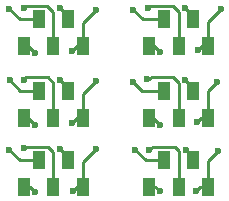
<source format=gbr>
G04 #@! TF.FileFunction,Copper,L2,Bot,Signal*
%FSLAX46Y46*%
G04 Gerber Fmt 4.6, Leading zero omitted, Abs format (unit mm)*
G04 Created by KiCad (PCBNEW 4.0.7-e2-6376~58~ubuntu16.04.1) date Tue Jul 31 21:03:08 2018*
%MOMM*%
%LPD*%
G01*
G04 APERTURE LIST*
%ADD10C,0.100000*%
%ADD11R,1.000000X1.500000*%
%ADD12C,0.600000*%
%ADD13C,0.250000*%
G04 APERTURE END LIST*
D10*
D11*
X149800000Y-103050000D03*
X147300000Y-103050000D03*
X151060000Y-105350000D03*
X148560000Y-105350000D03*
X146060000Y-105350000D03*
X149790000Y-97160000D03*
X147290000Y-97160000D03*
X151060000Y-99490000D03*
X148560000Y-99490000D03*
X146060000Y-99490000D03*
X149790000Y-91110000D03*
X147290000Y-91110000D03*
X151060000Y-93400000D03*
X148560000Y-93400000D03*
X146060000Y-93400000D03*
X139240000Y-103050000D03*
X136740000Y-103050000D03*
X140470000Y-105340000D03*
X137970000Y-105340000D03*
X135470000Y-105340000D03*
X139240000Y-97170000D03*
X136740000Y-97170000D03*
X140470000Y-99480000D03*
X137970000Y-99480000D03*
X135470000Y-99480000D03*
X139240000Y-91110000D03*
X136740000Y-91110000D03*
X140470000Y-93400000D03*
X137970000Y-93400000D03*
X135470000Y-93400000D03*
D12*
X151900000Y-102280000D03*
X150060000Y-105670000D03*
X146960000Y-105700000D03*
X149200000Y-102150000D03*
X144900000Y-102180000D03*
X146100000Y-102220000D03*
X150130000Y-99790000D03*
X151810000Y-96450000D03*
X146960000Y-100060000D03*
X150250000Y-93740000D03*
X152130000Y-90260000D03*
X146960000Y-93850000D03*
X139650000Y-105650000D03*
X141590000Y-102100000D03*
X136390000Y-105770000D03*
X139570000Y-99910000D03*
X141560000Y-96330000D03*
X136390000Y-100080000D03*
X139550000Y-93840000D03*
X141570000Y-90320000D03*
X136370000Y-93940000D03*
X149150000Y-96270000D03*
X144720000Y-96400000D03*
X145870000Y-96180000D03*
X149090000Y-90160000D03*
X144720000Y-90300000D03*
X145970000Y-90180000D03*
X138540000Y-102100000D03*
X134210000Y-102150000D03*
X135460000Y-102030000D03*
X138540000Y-96220000D03*
X134270000Y-96290000D03*
X135440000Y-96240000D03*
X138540000Y-90160000D03*
X134230000Y-90220000D03*
X135490000Y-90160000D03*
D13*
X151060000Y-105350000D02*
X151060000Y-103120000D01*
X151060000Y-103120000D02*
X151900000Y-102280000D01*
X151060000Y-105350000D02*
X150380000Y-105350000D01*
X150380000Y-105350000D02*
X150060000Y-105670000D01*
X146610000Y-105350000D02*
X146060000Y-105350000D01*
X146960000Y-105700000D02*
X146610000Y-105350000D01*
X149200000Y-102150000D02*
X149800000Y-102750000D01*
X149800000Y-102750000D02*
X149800000Y-103050000D01*
X145770000Y-103050000D02*
X147300000Y-103050000D01*
X144900000Y-102180000D02*
X145770000Y-103050000D01*
X148560000Y-105350000D02*
X148560000Y-102260000D01*
X146360000Y-101960000D02*
X146100000Y-102220000D01*
X148260000Y-101960000D02*
X146360000Y-101960000D01*
X148560000Y-102260000D02*
X148260000Y-101960000D01*
X151060000Y-99490000D02*
X150430000Y-99490000D01*
X150430000Y-99490000D02*
X150130000Y-99790000D01*
X151060000Y-97200000D02*
X151060000Y-99490000D01*
X151810000Y-96450000D02*
X151060000Y-97200000D01*
X146960000Y-100060000D02*
X146390000Y-99490000D01*
X146390000Y-99490000D02*
X146060000Y-99490000D01*
X150250000Y-93740000D02*
X150590000Y-93400000D01*
X150590000Y-93400000D02*
X151060000Y-93400000D01*
X151060000Y-93400000D02*
X151060000Y-91330000D01*
X151060000Y-91330000D02*
X152130000Y-90260000D01*
X146060000Y-93400000D02*
X146510000Y-93400000D01*
X146510000Y-93400000D02*
X146960000Y-93850000D01*
X140470000Y-105340000D02*
X139960000Y-105340000D01*
X139960000Y-105340000D02*
X139650000Y-105650000D01*
X140470000Y-103220000D02*
X140470000Y-105340000D01*
X141590000Y-102100000D02*
X140470000Y-103220000D01*
X136390000Y-105770000D02*
X135960000Y-105340000D01*
X135960000Y-105340000D02*
X135470000Y-105340000D01*
X139570000Y-99910000D02*
X140000000Y-99480000D01*
X140000000Y-99480000D02*
X140470000Y-99480000D01*
X140470000Y-97420000D02*
X140470000Y-99480000D01*
X141560000Y-96330000D02*
X140470000Y-97420000D01*
X135470000Y-99480000D02*
X135790000Y-99480000D01*
X135790000Y-99480000D02*
X136390000Y-100080000D01*
X140470000Y-93400000D02*
X139990000Y-93400000D01*
X139990000Y-93400000D02*
X139550000Y-93840000D01*
X140470000Y-91420000D02*
X140470000Y-93400000D01*
X141570000Y-90320000D02*
X140470000Y-91420000D01*
X136370000Y-93940000D02*
X135830000Y-93400000D01*
X135830000Y-93400000D02*
X135470000Y-93400000D01*
X149150000Y-96270000D02*
X149790000Y-96910000D01*
X149790000Y-96910000D02*
X149790000Y-97160000D01*
X145480000Y-97160000D02*
X147290000Y-97160000D01*
X144720000Y-96400000D02*
X145480000Y-97160000D01*
X145870000Y-96180000D02*
X146120000Y-96180000D01*
X146260000Y-96040000D02*
X148070000Y-96040000D01*
X146120000Y-96180000D02*
X146260000Y-96040000D01*
X148560000Y-99490000D02*
X148560000Y-96530000D01*
X148560000Y-96530000D02*
X148070000Y-96040000D01*
X149090000Y-90160000D02*
X149790000Y-90860000D01*
X149790000Y-90860000D02*
X149790000Y-91110000D01*
X145530000Y-91110000D02*
X147290000Y-91110000D01*
X144720000Y-90300000D02*
X145530000Y-91110000D01*
X148560000Y-93400000D02*
X148560000Y-90510000D01*
X146130000Y-90020000D02*
X145970000Y-90180000D01*
X148070000Y-90020000D02*
X146130000Y-90020000D01*
X148560000Y-90510000D02*
X148070000Y-90020000D01*
X138540000Y-102100000D02*
X139240000Y-102800000D01*
X139240000Y-102800000D02*
X139240000Y-103050000D01*
X135110000Y-103050000D02*
X136740000Y-103050000D01*
X134210000Y-102150000D02*
X135110000Y-103050000D01*
X137970000Y-105340000D02*
X137970000Y-102400000D01*
X135530000Y-101960000D02*
X135460000Y-102030000D01*
X137530000Y-101960000D02*
X135530000Y-101960000D01*
X137970000Y-102400000D02*
X137530000Y-101960000D01*
X138540000Y-96220000D02*
X139240000Y-96920000D01*
X139240000Y-96920000D02*
X139240000Y-97170000D01*
X135150000Y-97170000D02*
X136740000Y-97170000D01*
X134270000Y-96290000D02*
X135150000Y-97170000D01*
X137970000Y-99480000D02*
X137970000Y-96520000D01*
X135630000Y-96050000D02*
X135440000Y-96240000D01*
X137500000Y-96050000D02*
X135630000Y-96050000D01*
X137970000Y-96520000D02*
X137500000Y-96050000D01*
X138540000Y-90160000D02*
X139240000Y-90860000D01*
X139240000Y-90860000D02*
X139240000Y-91110000D01*
X135120000Y-91110000D02*
X136740000Y-91110000D01*
X134230000Y-90220000D02*
X135120000Y-91110000D01*
X137970000Y-93400000D02*
X137970000Y-90500000D01*
X135660000Y-89990000D02*
X135490000Y-90160000D01*
X137460000Y-89990000D02*
X135660000Y-89990000D01*
X137970000Y-90500000D02*
X137460000Y-89990000D01*
M02*

</source>
